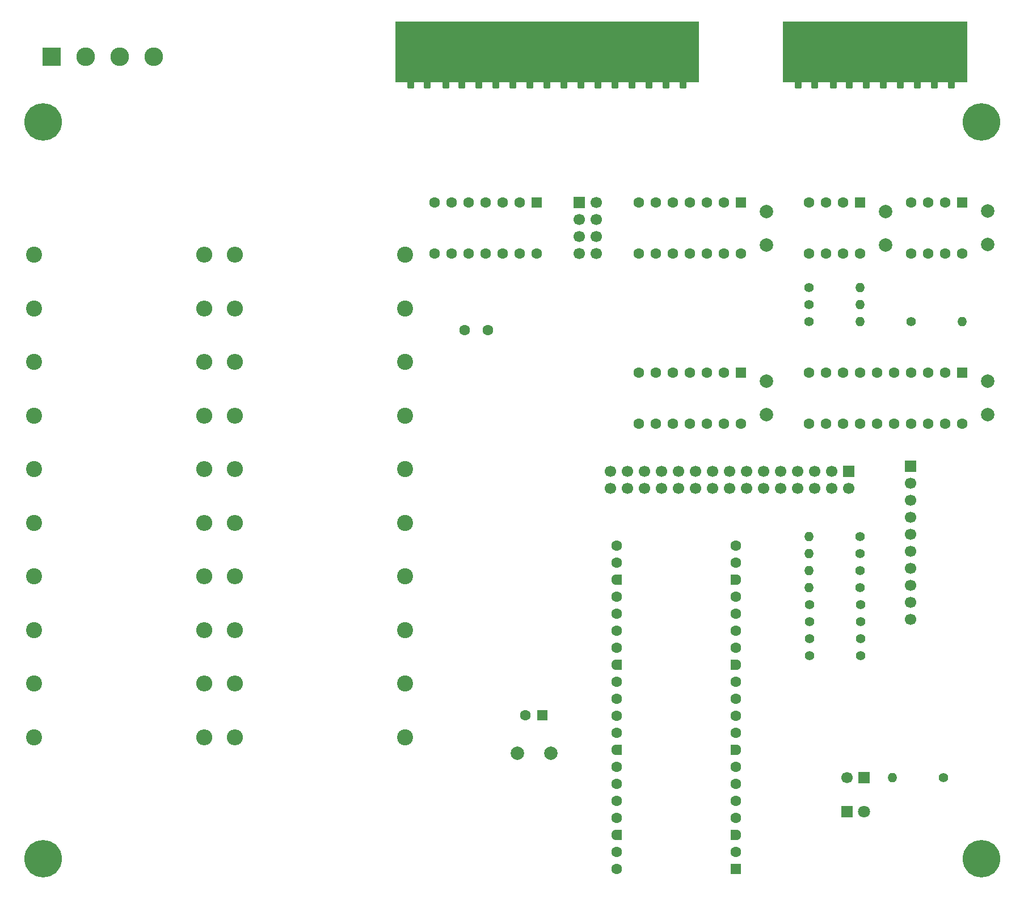
<source format=gbs>
%TF.GenerationSoftware,KiCad,Pcbnew,9.0.4*%
%TF.CreationDate,2025-09-30T12:57:06+01:00*%
%TF.ProjectId,RTmFM,52546d46-4d2e-46b6-9963-61645f706362,rev?*%
%TF.SameCoordinates,Original*%
%TF.FileFunction,Soldermask,Bot*%
%TF.FilePolarity,Negative*%
%FSLAX46Y46*%
G04 Gerber Fmt 4.6, Leading zero omitted, Abs format (unit mm)*
G04 Created by KiCad (PCBNEW 9.0.4) date 2025-09-30 12:57:06*
%MOMM*%
%LPD*%
G01*
G04 APERTURE LIST*
G04 Aperture macros list*
%AMRoundRect*
0 Rectangle with rounded corners*
0 $1 Rounding radius*
0 $2 $3 $4 $5 $6 $7 $8 $9 X,Y pos of 4 corners*
0 Add a 4 corners polygon primitive as box body*
4,1,4,$2,$3,$4,$5,$6,$7,$8,$9,$2,$3,0*
0 Add four circle primitives for the rounded corners*
1,1,$1+$1,$2,$3*
1,1,$1+$1,$4,$5*
1,1,$1+$1,$6,$7*
1,1,$1+$1,$8,$9*
0 Add four rect primitives between the rounded corners*
20,1,$1+$1,$2,$3,$4,$5,0*
20,1,$1+$1,$4,$5,$6,$7,0*
20,1,$1+$1,$6,$7,$8,$9,0*
20,1,$1+$1,$8,$9,$2,$3,0*%
%AMFreePoly0*
4,1,37,0.603843,0.796157,0.639018,0.796157,0.711114,0.766294,0.766294,0.711114,0.796157,0.639018,0.796157,0.603843,0.800000,0.600000,0.800000,-0.600000,0.796157,-0.603843,0.796157,-0.639018,0.766294,-0.711114,0.711114,-0.766294,0.639018,-0.796157,0.603843,-0.796157,0.600000,-0.800000,0.000000,-0.800000,0.000000,-0.796148,-0.078414,-0.796148,-0.232228,-0.765552,-0.377117,-0.705537,
-0.507515,-0.618408,-0.618408,-0.507515,-0.705537,-0.377117,-0.765552,-0.232228,-0.796148,-0.078414,-0.796148,0.078414,-0.765552,0.232228,-0.705537,0.377117,-0.618408,0.507515,-0.507515,0.618408,-0.377117,0.705537,-0.232228,0.765552,-0.078414,0.796148,0.000000,0.796148,0.000000,0.800000,0.600000,0.800000,0.603843,0.796157,0.603843,0.796157,$1*%
%AMFreePoly1*
4,1,37,0.000000,0.796148,0.078414,0.796148,0.232228,0.765552,0.377117,0.705537,0.507515,0.618408,0.618408,0.507515,0.705537,0.377117,0.765552,0.232228,0.796148,0.078414,0.796148,-0.078414,0.765552,-0.232228,0.705537,-0.377117,0.618408,-0.507515,0.507515,-0.618408,0.377117,-0.705537,0.232228,-0.765552,0.078414,-0.796148,0.000000,-0.796148,0.000000,-0.800000,-0.600000,-0.800000,
-0.603843,-0.796157,-0.639018,-0.796157,-0.711114,-0.766294,-0.766294,-0.711114,-0.796157,-0.639018,-0.796157,-0.603843,-0.800000,-0.600000,-0.800000,0.600000,-0.796157,0.603843,-0.796157,0.639018,-0.766294,0.711114,-0.711114,0.766294,-0.639018,0.796157,-0.603843,0.796157,-0.600000,0.800000,0.000000,0.800000,0.000000,0.796148,0.000000,0.796148,$1*%
G04 Aperture macros list end*
%ADD10C,0.100000*%
%ADD11C,2.000000*%
%ADD12C,1.400000*%
%ADD13O,1.400000X1.400000*%
%ADD14R,1.800000X1.800000*%
%ADD15C,1.800000*%
%ADD16C,2.400000*%
%ADD17O,2.400000X2.400000*%
%ADD18RoundRect,0.250000X-0.550000X0.550000X-0.550000X-0.550000X0.550000X-0.550000X0.550000X0.550000X0*%
%ADD19C,1.600000*%
%ADD20C,3.600000*%
%ADD21C,5.600000*%
%ADD22R,1.700000X1.700000*%
%ADD23C,1.700000*%
%ADD24R,2.780000X2.780000*%
%ADD25C,2.780000*%
%ADD26RoundRect,0.200000X0.600000X0.600000X-0.600000X0.600000X-0.600000X-0.600000X0.600000X-0.600000X0*%
%ADD27FreePoly0,180.000000*%
%ADD28FreePoly1,180.000000*%
%ADD29R,1.600000X1.600000*%
%ADD30RoundRect,0.150000X-0.350000X4.350000X-0.350000X-4.350000X0.350000X-4.350000X0.350000X4.350000X0*%
G04 APERTURE END LIST*
%TO.C,J3*%
D10*
X87584000Y-30000000D02*
X132784000Y-30000000D01*
X132784000Y-39000000D01*
X87584000Y-39000000D01*
X87584000Y-30000000D01*
G36*
X87584000Y-30000000D02*
G01*
X132784000Y-30000000D01*
X132784000Y-39000000D01*
X87584000Y-39000000D01*
X87584000Y-30000000D01*
G37*
%TO.C,J4*%
X145423999Y-30000000D02*
X172823999Y-30000000D01*
X172823999Y-39000000D01*
X145423999Y-39000000D01*
X145423999Y-30000000D01*
G36*
X145423999Y-30000000D02*
G01*
X172823999Y-30000000D01*
X172823999Y-39000000D01*
X145423999Y-39000000D01*
X145423999Y-30000000D01*
G37*
%TD*%
D11*
%TO.C,C1*%
X142934000Y-83660000D03*
X142934000Y-88660000D03*
%TD*%
D12*
%TO.C,R12*%
X149284000Y-72230000D03*
D13*
X156904000Y-72230000D03*
%TD*%
D14*
%TO.C,D8*%
X155000000Y-148000000D03*
D15*
X157540000Y-148000000D03*
%TD*%
D16*
%TO.C,R5*%
X33612000Y-88852000D03*
D17*
X59012000Y-88852000D03*
%TD*%
D18*
%TO.C,U2*%
X172144000Y-56995000D03*
D19*
X169604000Y-56995000D03*
X167064000Y-56995000D03*
X164524000Y-56995000D03*
X164524000Y-64615000D03*
X167064000Y-64615000D03*
X169604000Y-64615000D03*
X172144000Y-64615000D03*
%TD*%
D12*
%TO.C,R9*%
X156904000Y-106880000D03*
D13*
X149284000Y-106880000D03*
%TD*%
D18*
%TO.C,R34*%
X108620000Y-57000000D03*
D19*
X106080000Y-57000000D03*
X103540000Y-57000000D03*
X101000000Y-57000000D03*
X98460000Y-57000000D03*
X95920000Y-57000000D03*
X93380000Y-57000000D03*
X93380000Y-64620000D03*
X95920000Y-64620000D03*
X98460000Y-64620000D03*
X101000000Y-64620000D03*
X103540000Y-64620000D03*
X106080000Y-64620000D03*
X108620000Y-64620000D03*
%TD*%
D20*
%TO.C,H3*%
X35000000Y-155000000D03*
D21*
X35000000Y-155000000D03*
%TD*%
D11*
%TO.C,C3*%
X142934000Y-63340000D03*
X142934000Y-58340000D03*
%TD*%
D22*
%TO.C,J1*%
X114994000Y-56990000D03*
D23*
X117534000Y-56990000D03*
X114994000Y-59530000D03*
X117534000Y-59530000D03*
X114994000Y-62070000D03*
X117534000Y-62070000D03*
X114994000Y-64610000D03*
X117534000Y-64610000D03*
%TD*%
D16*
%TO.C,R26*%
X88984000Y-88829600D03*
D17*
X63584000Y-88829600D03*
%TD*%
D24*
%TO.C,J2*%
X36279000Y-35305000D03*
D25*
X41359000Y-35305000D03*
X46439000Y-35305000D03*
X51519000Y-35305000D03*
%TD*%
D11*
%TO.C,C5*%
X110761000Y-139273000D03*
X105761000Y-139273000D03*
%TD*%
D12*
%TO.C,R6*%
X156904000Y-114500000D03*
D13*
X149284000Y-114500000D03*
%TD*%
D16*
%TO.C,R22*%
X88984000Y-120829600D03*
D17*
X63584000Y-120829600D03*
%TD*%
D22*
%TO.C,J8*%
X164484000Y-96360000D03*
D23*
X164484000Y-98900000D03*
X164484000Y-101440000D03*
X164484000Y-103980000D03*
X164484000Y-106520000D03*
X164484000Y-109060000D03*
X164484000Y-111600000D03*
X164484000Y-114140000D03*
X164484000Y-116680000D03*
X164484000Y-119220000D03*
%TD*%
D16*
%TO.C,R24*%
X88984000Y-104829600D03*
D17*
X63584000Y-104829600D03*
%TD*%
D12*
%TO.C,R33*%
X149371000Y-124660000D03*
X156991000Y-124660000D03*
%TD*%
D20*
%TO.C,H2*%
X175000000Y-45000000D03*
D21*
X175000000Y-45000000D03*
%TD*%
D16*
%TO.C,R25*%
X88984000Y-96829600D03*
D17*
X63584000Y-96829600D03*
%TD*%
D12*
%TO.C,R31*%
X149371000Y-119580000D03*
X156991000Y-119580000D03*
%TD*%
D18*
%TO.C,U1*%
X156904000Y-56995000D03*
D19*
X154364000Y-56995000D03*
X151824000Y-56995000D03*
X149284000Y-56995000D03*
X149284000Y-64615000D03*
X151824000Y-64615000D03*
X154364000Y-64615000D03*
X156904000Y-64615000D03*
%TD*%
D12*
%TO.C,R13*%
X149284000Y-74770000D03*
D13*
X156904000Y-74770000D03*
%TD*%
D16*
%TO.C,R18*%
X33612000Y-128852000D03*
D17*
X59012000Y-128852000D03*
%TD*%
D16*
%TO.C,R21*%
X88984000Y-128829600D03*
D17*
X63584000Y-128829600D03*
%TD*%
D19*
%TO.C,C8*%
X101384000Y-76040000D03*
X97884000Y-76040000D03*
%TD*%
D16*
%TO.C,R4*%
X33612000Y-80852000D03*
D17*
X59012000Y-80852000D03*
%TD*%
D12*
%TO.C,R32*%
X149371000Y-122120000D03*
X156991000Y-122120000D03*
%TD*%
D22*
%TO.C,J6*%
X157525000Y-142850000D03*
D23*
X154985000Y-142850000D03*
%TD*%
D12*
%TO.C,R30*%
X149371000Y-117040000D03*
X156991000Y-117040000D03*
%TD*%
D18*
%TO.C,U9*%
X139124000Y-82395000D03*
D19*
X136584000Y-82395000D03*
X134044000Y-82395000D03*
X131504000Y-82395000D03*
X128964000Y-82395000D03*
X126424000Y-82395000D03*
X123884000Y-82395000D03*
X123884000Y-90015000D03*
X126424000Y-90015000D03*
X128964000Y-90015000D03*
X131504000Y-90015000D03*
X134044000Y-90015000D03*
X136584000Y-90015000D03*
X139124000Y-90015000D03*
%TD*%
D20*
%TO.C,H4*%
X175000000Y-155000000D03*
D21*
X175000000Y-155000000D03*
%TD*%
D16*
%TO.C,R16*%
X33612000Y-112852000D03*
D17*
X59012000Y-112852000D03*
%TD*%
D16*
%TO.C,R17*%
X33612000Y-120852000D03*
D17*
X59012000Y-120852000D03*
%TD*%
D11*
%TO.C,C2*%
X175954000Y-88660000D03*
X175954000Y-83660000D03*
%TD*%
D16*
%TO.C,R2*%
X33612000Y-64852000D03*
D17*
X59012000Y-64852000D03*
%TD*%
D18*
%TO.C,U7*%
X172144000Y-82390000D03*
D19*
X169604000Y-82390000D03*
X167064000Y-82390000D03*
X164524000Y-82390000D03*
X161984000Y-82390000D03*
X159444000Y-82390000D03*
X156904000Y-82390000D03*
X154364000Y-82390000D03*
X151824000Y-82390000D03*
X149284000Y-82390000D03*
X149284000Y-90010000D03*
X151824000Y-90010000D03*
X154364000Y-90010000D03*
X156904000Y-90010000D03*
X159444000Y-90010000D03*
X161984000Y-90010000D03*
X164524000Y-90010000D03*
X167064000Y-90010000D03*
X169604000Y-90010000D03*
X172144000Y-90010000D03*
%TD*%
D11*
%TO.C,C6*%
X160714000Y-63340000D03*
X160714000Y-58340000D03*
%TD*%
D12*
%TO.C,R1*%
X169360000Y-142850000D03*
D13*
X161740000Y-142850000D03*
%TD*%
D16*
%TO.C,R20*%
X88984000Y-136829600D03*
D17*
X63584000Y-136829600D03*
%TD*%
D26*
%TO.C,U8*%
X138361000Y-156483000D03*
D19*
X138361000Y-153943000D03*
D27*
X138361000Y-151403000D03*
D19*
X138361000Y-148863000D03*
X138361000Y-146323000D03*
X138361000Y-143783000D03*
X138361000Y-141243000D03*
D27*
X138361000Y-138703000D03*
D19*
X138361000Y-136163000D03*
X138361000Y-133623000D03*
X138361000Y-131083000D03*
X138361000Y-128543000D03*
D27*
X138361000Y-126003000D03*
D19*
X138361000Y-123463000D03*
X138361000Y-120923000D03*
X138361000Y-118383000D03*
X138361000Y-115843000D03*
D27*
X138361000Y-113303000D03*
D19*
X138361000Y-110763000D03*
X138361000Y-108223000D03*
X120581000Y-108223000D03*
X120581000Y-110763000D03*
D28*
X120581000Y-113303000D03*
D19*
X120581000Y-115843000D03*
X120581000Y-118383000D03*
X120581000Y-120923000D03*
X120581000Y-123463000D03*
D28*
X120581000Y-126003000D03*
D19*
X120581000Y-128543000D03*
X120581000Y-131083000D03*
X120581000Y-133623000D03*
X120581000Y-136163000D03*
D28*
X120581000Y-138703000D03*
D19*
X120581000Y-141243000D03*
X120581000Y-143783000D03*
X120581000Y-146323000D03*
X120581000Y-148863000D03*
D28*
X120581000Y-151403000D03*
D19*
X120581000Y-153943000D03*
X120581000Y-156483000D03*
%TD*%
D12*
%TO.C,R8*%
X156904000Y-109420000D03*
D13*
X149284000Y-109420000D03*
%TD*%
D12*
%TO.C,R11*%
X149284000Y-69690000D03*
D13*
X156904000Y-69690000D03*
%TD*%
D12*
%TO.C,R10*%
X164524000Y-74770000D03*
D13*
X172144000Y-74770000D03*
%TD*%
D16*
%TO.C,R27*%
X88984000Y-80829600D03*
D17*
X63584000Y-80829600D03*
%TD*%
D16*
%TO.C,R29*%
X88984000Y-64829600D03*
D17*
X63584000Y-64829600D03*
%TD*%
D20*
%TO.C,H1*%
X35000000Y-45000000D03*
D21*
X35000000Y-45000000D03*
%TD*%
D18*
%TO.C,U10*%
X139124000Y-56990000D03*
D19*
X136584000Y-56990000D03*
X134044000Y-56990000D03*
X131504000Y-56990000D03*
X128964000Y-56990000D03*
X126424000Y-56990000D03*
X123884000Y-56990000D03*
X123884000Y-64610000D03*
X126424000Y-64610000D03*
X128964000Y-64610000D03*
X131504000Y-64610000D03*
X134044000Y-64610000D03*
X136584000Y-64610000D03*
X139124000Y-64610000D03*
%TD*%
D11*
%TO.C,C7*%
X175954000Y-63260000D03*
X175954000Y-58260000D03*
%TD*%
D16*
%TO.C,R14*%
X33612000Y-96852000D03*
D17*
X59012000Y-96852000D03*
%TD*%
D16*
%TO.C,R3*%
X33612000Y-72852000D03*
D17*
X59012000Y-72852000D03*
%TD*%
D16*
%TO.C,R19*%
X33612000Y-136852000D03*
D17*
X59012000Y-136852000D03*
%TD*%
D16*
%TO.C,R23*%
X88984000Y-112829600D03*
D17*
X63584000Y-112829600D03*
%TD*%
D16*
%TO.C,R15*%
X33612000Y-104852000D03*
D17*
X59012000Y-104852000D03*
%TD*%
D16*
%TO.C,R28*%
X88984000Y-72829600D03*
D17*
X63584000Y-72829600D03*
%TD*%
D29*
%TO.C,C4*%
X109466112Y-133558000D03*
D19*
X106966112Y-133558000D03*
%TD*%
D12*
%TO.C,R7*%
X156904000Y-111960000D03*
D13*
X149284000Y-111960000D03*
%TD*%
D22*
%TO.C,J9*%
X155210000Y-97200000D03*
D23*
X155210000Y-99740000D03*
X152670000Y-97200000D03*
X152670000Y-99740000D03*
X150130000Y-97200000D03*
X150130000Y-99740000D03*
X147590000Y-97200000D03*
X147590000Y-99740000D03*
X145050000Y-97200000D03*
X145050000Y-99740000D03*
X142510000Y-97200000D03*
X142510000Y-99740000D03*
X139970000Y-97200000D03*
X139970000Y-99740000D03*
X137430000Y-97200000D03*
X137430000Y-99740000D03*
X134890000Y-97200000D03*
X134890000Y-99740000D03*
X132350000Y-97200000D03*
X132350000Y-99740000D03*
X129810000Y-97200000D03*
X129810000Y-99740000D03*
X127270000Y-97200000D03*
X127270000Y-99740000D03*
X124730000Y-97200000D03*
X124730000Y-99740000D03*
X122190000Y-97200000D03*
X122190000Y-99740000D03*
X119650000Y-97200000D03*
X119650000Y-99740000D03*
%TD*%
D30*
%TO.C,J3*%
X89882000Y-35500000D03*
X92301000Y-35500000D03*
X95095000Y-35500000D03*
X97500000Y-35500000D03*
X100040000Y-35500000D03*
X102580000Y-35500000D03*
X105120000Y-35500000D03*
X107660000Y-35500000D03*
X110200000Y-35500000D03*
X112740000Y-35500000D03*
X115280000Y-35500000D03*
X117820000Y-35500000D03*
X120360000Y-35500000D03*
X122900000Y-35500000D03*
X125440000Y-35500000D03*
X127982000Y-35500000D03*
X130520000Y-35500000D03*
%TD*%
%TO.C,J4*%
X147722000Y-35500000D03*
X150141000Y-35500000D03*
X152935000Y-35500000D03*
X155340000Y-35500000D03*
X157880000Y-35500000D03*
X160420000Y-35500000D03*
X162960000Y-35500000D03*
X165500000Y-35500000D03*
X168040000Y-35500000D03*
X170580000Y-35500000D03*
%TD*%
M02*

</source>
